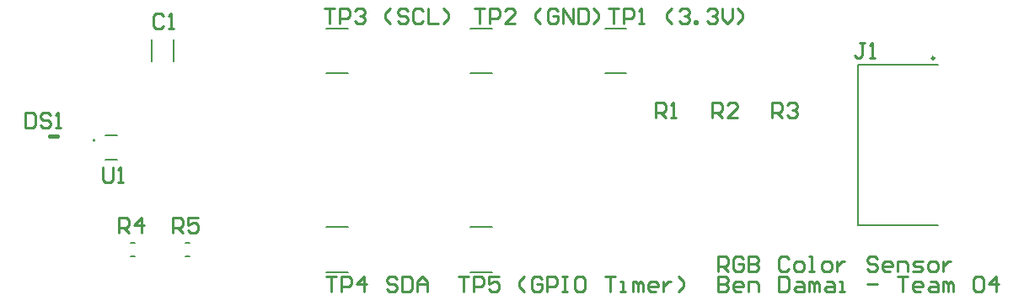
<source format=gto>
G04*
G04 #@! TF.GenerationSoftware,Altium Limited,Altium Designer,25.2.1 (25)*
G04*
G04 Layer_Color=65535*
%FSLAX45Y45*%
%MOMM*%
G71*
G04*
G04 #@! TF.SameCoordinates,8265950A-D21A-4FE0-9DEA-03CE8DDB5557*
G04*
G04*
G04 #@! TF.FilePolarity,Positive*
G04*
G01*
G75*
%ADD10C,0.25000*%
%ADD11C,0.20000*%
%ADD12C,0.12700*%
%ADD13C,0.40000*%
%ADD14C,0.25400*%
D10*
X9199800Y2426450D02*
G03*
X9199800Y2426450I-12500J0D01*
G01*
D11*
X768500Y1600000D02*
G03*
X768500Y1600000I-10000J0D01*
G01*
X3092000Y2272500D02*
X3308000D01*
X3092000Y2727500D02*
X3308000D01*
X4542000Y2272500D02*
X4758000D01*
X4542000Y2727500D02*
X4758000D01*
X5892000Y2272500D02*
X6108000D01*
X5892000Y2727500D02*
X6108000D01*
X8431650Y743550D02*
Y2356450D01*
X9241300D01*
X8431650Y743550D02*
X9241300D01*
X1342500Y2390000D02*
Y2610000D01*
X1557500Y2390000D02*
Y2610000D01*
X1127500Y432500D02*
X1172500D01*
X1127500Y567500D02*
X1172500D01*
X4542000Y727500D02*
X4758000D01*
X4542000Y272500D02*
X4758000D01*
X3092000Y727500D02*
X3308000D01*
X3092000Y272500D02*
X3308000D01*
X1677500Y432500D02*
X1722500D01*
X1677500Y567500D02*
X1722500D01*
D12*
X873500Y1648000D02*
X993500D01*
X873500Y1402000D02*
X993500D01*
D13*
X310000Y1640000D02*
X390000D01*
D14*
X3077901Y2926175D02*
X3179469D01*
X3128685D01*
Y2773825D01*
X3230252D02*
Y2926175D01*
X3306427D01*
X3331819Y2900783D01*
Y2850000D01*
X3306427Y2824608D01*
X3230252D01*
X3382603Y2900783D02*
X3407995Y2926175D01*
X3458778D01*
X3484170Y2900783D01*
Y2875392D01*
X3458778Y2850000D01*
X3433386D01*
X3458778D01*
X3484170Y2824608D01*
Y2799216D01*
X3458778Y2773825D01*
X3407995D01*
X3382603Y2799216D01*
X3738088Y2773825D02*
X3687304Y2824608D01*
Y2875392D01*
X3738088Y2926175D01*
X3915830Y2900783D02*
X3890438Y2926175D01*
X3839655D01*
X3814263Y2900783D01*
Y2875392D01*
X3839655Y2850000D01*
X3890438D01*
X3915830Y2824608D01*
Y2799216D01*
X3890438Y2773825D01*
X3839655D01*
X3814263Y2799216D01*
X4068181Y2900783D02*
X4042789Y2926175D01*
X3992006D01*
X3966614Y2900783D01*
Y2799216D01*
X3992006Y2773825D01*
X4042789D01*
X4068181Y2799216D01*
X4118965Y2926175D02*
Y2773825D01*
X4220532D01*
X4271315D02*
X4322099Y2824608D01*
Y2875392D01*
X4271315Y2926175D01*
X4577901D02*
X4679469D01*
X4628685D01*
Y2773825D01*
X4730252D02*
Y2926175D01*
X4806428D01*
X4831819Y2900783D01*
Y2850000D01*
X4806428Y2824608D01*
X4730252D01*
X4984170Y2773825D02*
X4882603D01*
X4984170Y2875392D01*
Y2900783D01*
X4958778Y2926175D01*
X4907995D01*
X4882603Y2900783D01*
X5238088Y2773825D02*
X5187304Y2824608D01*
Y2875392D01*
X5238088Y2926175D01*
X5415830Y2900783D02*
X5390439Y2926175D01*
X5339655D01*
X5314263Y2900783D01*
Y2799216D01*
X5339655Y2773825D01*
X5390439D01*
X5415830Y2799216D01*
Y2850000D01*
X5365047D01*
X5466614Y2773825D02*
Y2926175D01*
X5568181Y2773825D01*
Y2926175D01*
X5618965D02*
Y2773825D01*
X5695140D01*
X5720532Y2799216D01*
Y2900783D01*
X5695140Y2926175D01*
X5618965D01*
X5771315Y2773825D02*
X5822099Y2824608D01*
Y2875392D01*
X5771315Y2926175D01*
X5927118D02*
X6028685D01*
X5977901D01*
Y2773825D01*
X6079469D02*
Y2926175D01*
X6155644D01*
X6181036Y2900783D01*
Y2850000D01*
X6155644Y2824608D01*
X6079469D01*
X6231819Y2773825D02*
X6282603D01*
X6257211D01*
Y2926175D01*
X6231819Y2900783D01*
X6561912Y2773825D02*
X6511129Y2824608D01*
Y2875392D01*
X6561912Y2926175D01*
X6638088Y2900783D02*
X6663480Y2926175D01*
X6714263D01*
X6739655Y2900783D01*
Y2875392D01*
X6714263Y2850000D01*
X6688871D01*
X6714263D01*
X6739655Y2824608D01*
Y2799216D01*
X6714263Y2773825D01*
X6663480D01*
X6638088Y2799216D01*
X6790439Y2773825D02*
Y2799216D01*
X6815830D01*
Y2773825D01*
X6790439D01*
X6917397Y2900783D02*
X6942789Y2926175D01*
X6993573D01*
X7018965Y2900783D01*
Y2875392D01*
X6993573Y2850000D01*
X6968181D01*
X6993573D01*
X7018965Y2824608D01*
Y2799216D01*
X6993573Y2773825D01*
X6942789D01*
X6917397Y2799216D01*
X7069748Y2926175D02*
Y2824608D01*
X7120532Y2773825D01*
X7171315Y2824608D01*
Y2926175D01*
X7222099Y2773825D02*
X7272882Y2824608D01*
Y2875392D01*
X7222099Y2926175D01*
X6398433Y1823825D02*
Y1976175D01*
X6474608D01*
X6500000Y1950784D01*
Y1900000D01*
X6474608Y1874608D01*
X6398433D01*
X6449216D02*
X6500000Y1823825D01*
X6550784D02*
X6601567D01*
X6576176D01*
Y1976175D01*
X6550784Y1950784D01*
X6973041Y1823825D02*
Y1976175D01*
X7049217D01*
X7074608Y1950784D01*
Y1900000D01*
X7049217Y1874608D01*
X6973041D01*
X7023825D02*
X7074608Y1823825D01*
X7226959D02*
X7125392D01*
X7226959Y1925392D01*
Y1950784D01*
X7201567Y1976175D01*
X7150784D01*
X7125392Y1950784D01*
X7573041Y1823825D02*
Y1976175D01*
X7649217D01*
X7674608Y1950784D01*
Y1900000D01*
X7649217Y1874608D01*
X7573041D01*
X7623825D02*
X7674608Y1823825D01*
X7725392Y1950784D02*
X7750784Y1976175D01*
X7801567D01*
X7826959Y1950784D01*
Y1925392D01*
X7801567Y1900000D01*
X7776175D01*
X7801567D01*
X7826959Y1874608D01*
Y1849217D01*
X7801567Y1823825D01*
X7750784D01*
X7725392Y1849217D01*
X8500000Y2576175D02*
X8449217D01*
X8474608D01*
Y2449217D01*
X8449217Y2423825D01*
X8423825D01*
X8398433Y2449217D01*
X8550784Y2423825D02*
X8601567D01*
X8576176D01*
Y2576175D01*
X8550784Y2550784D01*
X7025400Y275400D02*
Y427751D01*
X7101575D01*
X7126967Y402359D01*
Y351575D01*
X7101575Y326183D01*
X7025400D01*
X7076183D02*
X7126967Y275400D01*
X7279318Y402359D02*
X7253926Y427751D01*
X7203143D01*
X7177751Y402359D01*
Y300792D01*
X7203143Y275400D01*
X7253926D01*
X7279318Y300792D01*
Y351575D01*
X7228534D01*
X7330101Y427751D02*
Y275400D01*
X7406277D01*
X7431669Y300792D01*
Y326183D01*
X7406277Y351575D01*
X7330101D01*
X7406277D01*
X7431669Y376967D01*
Y402359D01*
X7406277Y427751D01*
X7330101D01*
X7736370Y402359D02*
X7710978Y427751D01*
X7660195D01*
X7634803Y402359D01*
Y300792D01*
X7660195Y275400D01*
X7710978D01*
X7736370Y300792D01*
X7812545Y275400D02*
X7863329D01*
X7888721Y300792D01*
Y351575D01*
X7863329Y376967D01*
X7812545D01*
X7787154Y351575D01*
Y300792D01*
X7812545Y275400D01*
X7939504D02*
X7990288D01*
X7964896D01*
Y427751D01*
X7939504D01*
X8091855Y275400D02*
X8142639D01*
X8168030Y300792D01*
Y351575D01*
X8142639Y376967D01*
X8091855D01*
X8066463Y351575D01*
Y300792D01*
X8091855Y275400D01*
X8218814Y376967D02*
Y275400D01*
Y326183D01*
X8244206Y351575D01*
X8269597Y376967D01*
X8294989D01*
X8625083Y402359D02*
X8599691Y427751D01*
X8548907D01*
X8523515Y402359D01*
Y376967D01*
X8548907Y351575D01*
X8599691D01*
X8625083Y326183D01*
Y300792D01*
X8599691Y275400D01*
X8548907D01*
X8523515Y300792D01*
X8752041Y275400D02*
X8701258D01*
X8675866Y300792D01*
Y351575D01*
X8701258Y376967D01*
X8752041D01*
X8777433Y351575D01*
Y326183D01*
X8675866D01*
X8828217Y275400D02*
Y376967D01*
X8904392D01*
X8929784Y351575D01*
Y275400D01*
X8980568D02*
X9056743D01*
X9082135Y300792D01*
X9056743Y326183D01*
X9005959D01*
X8980568Y351575D01*
X9005959Y376967D01*
X9082135D01*
X9158310Y275400D02*
X9209094D01*
X9234485Y300792D01*
Y351575D01*
X9209094Y376967D01*
X9158310D01*
X9132918Y351575D01*
Y300792D01*
X9158310Y275400D01*
X9285269Y376967D02*
Y275400D01*
Y326183D01*
X9310661Y351575D01*
X9336052Y376967D01*
X9361444D01*
X7025400Y227751D02*
Y75400D01*
X7101575D01*
X7126967Y100792D01*
Y126183D01*
X7101575Y151575D01*
X7025400D01*
X7101575D01*
X7126967Y176967D01*
Y202359D01*
X7101575Y227751D01*
X7025400D01*
X7253926Y75400D02*
X7203143D01*
X7177751Y100792D01*
Y151575D01*
X7203143Y176967D01*
X7253926D01*
X7279318Y151575D01*
Y126183D01*
X7177751D01*
X7330101Y75400D02*
Y176967D01*
X7406277D01*
X7431669Y151575D01*
Y75400D01*
X7634803Y227751D02*
Y75400D01*
X7710978D01*
X7736370Y100792D01*
Y202359D01*
X7710978Y227751D01*
X7634803D01*
X7812545Y176967D02*
X7863329D01*
X7888721Y151575D01*
Y75400D01*
X7812545D01*
X7787154Y100792D01*
X7812545Y126183D01*
X7888721D01*
X7939504Y75400D02*
Y176967D01*
X7964896D01*
X7990288Y151575D01*
Y75400D01*
Y151575D01*
X8015680Y176967D01*
X8041072Y151575D01*
Y75400D01*
X8117247Y176967D02*
X8168030D01*
X8193422Y151575D01*
Y75400D01*
X8117247D01*
X8091855Y100792D01*
X8117247Y126183D01*
X8193422D01*
X8244206Y75400D02*
X8294989D01*
X8269598D01*
Y176967D01*
X8244206D01*
X8523515Y151575D02*
X8625083D01*
X8828217Y227751D02*
X8929784D01*
X8879000D01*
Y75400D01*
X9056743D02*
X9005959D01*
X8980568Y100792D01*
Y151575D01*
X9005959Y176967D01*
X9056743D01*
X9082135Y151575D01*
Y126183D01*
X8980568D01*
X9158310Y176967D02*
X9209094D01*
X9234485Y151575D01*
Y75400D01*
X9158310D01*
X9132918Y100792D01*
X9158310Y126183D01*
X9234485D01*
X9285269Y75400D02*
Y176967D01*
X9310661D01*
X9336052Y151575D01*
Y75400D01*
Y151575D01*
X9361444Y176967D01*
X9386836Y151575D01*
Y75400D01*
X9589970Y202359D02*
X9615362Y227751D01*
X9666146D01*
X9691538Y202359D01*
Y100792D01*
X9666146Y75400D01*
X9615362D01*
X9589970Y100792D01*
Y202359D01*
X9818496Y75400D02*
Y227751D01*
X9742321Y151575D01*
X9843888D01*
X1554220Y663820D02*
Y816171D01*
X1630395D01*
X1655787Y790779D01*
Y739995D01*
X1630395Y714604D01*
X1554220D01*
X1605003D02*
X1655787Y663820D01*
X1808138Y816171D02*
X1706571D01*
Y739995D01*
X1757354Y765387D01*
X1782746D01*
X1808138Y739995D01*
Y689212D01*
X1782746Y663820D01*
X1731962D01*
X1706571Y689212D01*
X1005580Y663820D02*
Y816171D01*
X1081755D01*
X1107147Y790779D01*
Y739995D01*
X1081755Y714604D01*
X1005580D01*
X1056363D02*
X1107147Y663820D01*
X1234106D02*
Y816171D01*
X1157931Y739995D01*
X1259498D01*
X1460207Y2853259D02*
X1434815Y2878651D01*
X1384032D01*
X1358640Y2853259D01*
Y2751692D01*
X1384032Y2726300D01*
X1434815D01*
X1460207Y2751692D01*
X1510991Y2726300D02*
X1561774D01*
X1536383D01*
Y2878651D01*
X1510991Y2853259D01*
X4420066Y226175D02*
X4521633D01*
X4470849D01*
Y73825D01*
X4572417D02*
Y226175D01*
X4648592D01*
X4673984Y200783D01*
Y150000D01*
X4648592Y124608D01*
X4572417D01*
X4826335Y226175D02*
X4724767D01*
Y150000D01*
X4775551Y175392D01*
X4800943D01*
X4826335Y150000D01*
Y99216D01*
X4800943Y73825D01*
X4750159D01*
X4724767Y99216D01*
X5080252Y73825D02*
X5029469Y124608D01*
Y175392D01*
X5080252Y226175D01*
X5257995Y200783D02*
X5232603Y226175D01*
X5181819D01*
X5156428Y200783D01*
Y99216D01*
X5181819Y73825D01*
X5232603D01*
X5257995Y99216D01*
Y150000D01*
X5207211D01*
X5308778Y73825D02*
Y226175D01*
X5384954D01*
X5410346Y200783D01*
Y150000D01*
X5384954Y124608D01*
X5308778D01*
X5461129Y226175D02*
X5511913D01*
X5486521D01*
Y73825D01*
X5461129D01*
X5511913D01*
X5664263Y226175D02*
X5613480D01*
X5588088Y200783D01*
Y99216D01*
X5613480Y73825D01*
X5664263D01*
X5689655Y99216D01*
Y200783D01*
X5664263Y226175D01*
X5892789D02*
X5994357D01*
X5943573D01*
Y73825D01*
X6045140D02*
X6095924D01*
X6070532D01*
Y175392D01*
X6045140D01*
X6172099Y73825D02*
Y175392D01*
X6197491D01*
X6222882Y150000D01*
Y73825D01*
Y150000D01*
X6248274Y175392D01*
X6273666Y150000D01*
Y73825D01*
X6400625D02*
X6349842D01*
X6324450Y99216D01*
Y150000D01*
X6349842Y175392D01*
X6400625D01*
X6426017Y150000D01*
Y124608D01*
X6324450D01*
X6476800Y175392D02*
Y73825D01*
Y124608D01*
X6502192Y150000D01*
X6527584Y175392D01*
X6552976D01*
X6629151Y73825D02*
X6679935Y124608D01*
Y175392D01*
X6629151Y226175D01*
X3092164D02*
X3193731D01*
X3142948D01*
Y73825D01*
X3244515D02*
Y226175D01*
X3320690D01*
X3346082Y200783D01*
Y150000D01*
X3320690Y124608D01*
X3244515D01*
X3473041Y73825D02*
Y226175D01*
X3396866Y150000D01*
X3498433D01*
X3803134Y200783D02*
X3777743Y226175D01*
X3726959D01*
X3701567Y200783D01*
Y175392D01*
X3726959Y150000D01*
X3777743D01*
X3803134Y124608D01*
Y99216D01*
X3777743Y73825D01*
X3726959D01*
X3701567Y99216D01*
X3853918Y226175D02*
Y73825D01*
X3930093D01*
X3955485Y99216D01*
Y200783D01*
X3930093Y226175D01*
X3853918D01*
X4006269Y73825D02*
Y175392D01*
X4057052Y226175D01*
X4107836Y175392D01*
Y73825D01*
Y150000D01*
X4006269D01*
X848433Y1326175D02*
Y1199217D01*
X873825Y1173825D01*
X924608D01*
X950000Y1199217D01*
Y1326175D01*
X1000784Y1173825D02*
X1051567D01*
X1026175D01*
Y1326175D01*
X1000784Y1300784D01*
X72258Y1876175D02*
Y1723825D01*
X148433D01*
X173825Y1749216D01*
Y1850783D01*
X148433Y1876175D01*
X72258D01*
X326176Y1850783D02*
X300784Y1876175D01*
X250000D01*
X224608Y1850783D01*
Y1825392D01*
X250000Y1800000D01*
X300784D01*
X326176Y1774608D01*
Y1749216D01*
X300784Y1723825D01*
X250000D01*
X224608Y1749216D01*
X376959Y1723825D02*
X427743D01*
X402351D01*
Y1876175D01*
X376959Y1850783D01*
M02*

</source>
